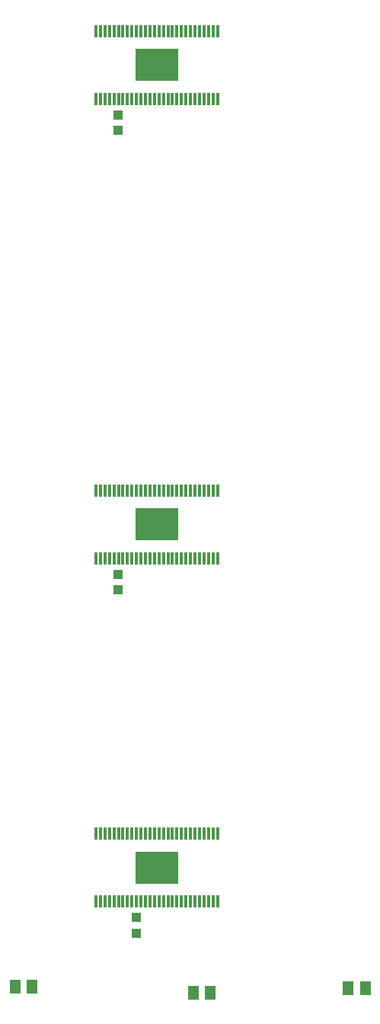
<source format=gbr>
G04 EAGLE Gerber RS-274X export*
G75*
%MOMM*%
%FSLAX34Y34*%
%LPD*%
%INSolderpaste Bottom*%
%IPPOS*%
%AMOC8*
5,1,8,0,0,1.08239X$1,22.5*%
G01*
%ADD10R,0.300000X1.475000*%
%ADD11R,4.700000X3.610000*%
%ADD12R,1.000000X1.100000*%
%ADD13R,1.300000X1.500000*%


D10*
X185653Y-317120D03*
X190653Y-317120D03*
X195653Y-317120D03*
X200653Y-317120D03*
X205653Y-317120D03*
X210653Y-317120D03*
X215653Y-317120D03*
X220653Y-317120D03*
X225653Y-317120D03*
X230653Y-317120D03*
X235653Y-317120D03*
X240653Y-317120D03*
X245653Y-317120D03*
X250653Y-317120D03*
X255653Y-317120D03*
X260653Y-317120D03*
X265653Y-317120D03*
X270653Y-317120D03*
X275653Y-317120D03*
X280653Y-317120D03*
X285653Y-317120D03*
X290653Y-317120D03*
X295653Y-317120D03*
X300653Y-317120D03*
X305653Y-317120D03*
X310653Y-317120D03*
X315653Y-317120D03*
X320653Y-317120D03*
X320653Y-392880D03*
X315653Y-392880D03*
X310653Y-392880D03*
X305653Y-392880D03*
X300653Y-392880D03*
X295653Y-392880D03*
X290653Y-392880D03*
X285653Y-392880D03*
X280653Y-392880D03*
X275653Y-392880D03*
X270653Y-392880D03*
X265653Y-392880D03*
X260653Y-392880D03*
X255653Y-392880D03*
X250653Y-392880D03*
X245653Y-392880D03*
X240653Y-392880D03*
X235653Y-392880D03*
X230653Y-392880D03*
X225653Y-392880D03*
X220653Y-392880D03*
X215653Y-392880D03*
X210653Y-392880D03*
X205653Y-392880D03*
X200653Y-392880D03*
X195653Y-392880D03*
X190653Y-392880D03*
X185653Y-392880D03*
D11*
X253153Y-355000D03*
D10*
X185653Y-827620D03*
X190653Y-827620D03*
X195653Y-827620D03*
X200653Y-827620D03*
X205653Y-827620D03*
X210653Y-827620D03*
X215653Y-827620D03*
X220653Y-827620D03*
X225653Y-827620D03*
X230653Y-827620D03*
X235653Y-827620D03*
X240653Y-827620D03*
X245653Y-827620D03*
X250653Y-827620D03*
X255653Y-827620D03*
X260653Y-827620D03*
X265653Y-827620D03*
X270653Y-827620D03*
X275653Y-827620D03*
X280653Y-827620D03*
X285653Y-827620D03*
X290653Y-827620D03*
X295653Y-827620D03*
X300653Y-827620D03*
X305653Y-827620D03*
X310653Y-827620D03*
X315653Y-827620D03*
X320653Y-827620D03*
X320653Y-903380D03*
X315653Y-903380D03*
X310653Y-903380D03*
X305653Y-903380D03*
X300653Y-903380D03*
X295653Y-903380D03*
X290653Y-903380D03*
X285653Y-903380D03*
X280653Y-903380D03*
X275653Y-903380D03*
X270653Y-903380D03*
X265653Y-903380D03*
X260653Y-903380D03*
X255653Y-903380D03*
X250653Y-903380D03*
X245653Y-903380D03*
X240653Y-903380D03*
X235653Y-903380D03*
X230653Y-903380D03*
X225653Y-903380D03*
X220653Y-903380D03*
X215653Y-903380D03*
X210653Y-903380D03*
X205653Y-903380D03*
X200653Y-903380D03*
X195653Y-903380D03*
X190653Y-903380D03*
X185653Y-903380D03*
D11*
X253153Y-865500D03*
D10*
X185653Y-1208953D03*
X190653Y-1208953D03*
X195653Y-1208953D03*
X200653Y-1208953D03*
X205653Y-1208953D03*
X210653Y-1208953D03*
X215653Y-1208953D03*
X220653Y-1208953D03*
X225653Y-1208953D03*
X230653Y-1208953D03*
X235653Y-1208953D03*
X240653Y-1208953D03*
X245653Y-1208953D03*
X250653Y-1208953D03*
X255653Y-1208953D03*
X260653Y-1208953D03*
X265653Y-1208953D03*
X270653Y-1208953D03*
X275653Y-1208953D03*
X280653Y-1208953D03*
X285653Y-1208953D03*
X290653Y-1208953D03*
X295653Y-1208953D03*
X300653Y-1208953D03*
X305653Y-1208953D03*
X310653Y-1208953D03*
X315653Y-1208953D03*
X320653Y-1208953D03*
X320653Y-1284713D03*
X315653Y-1284713D03*
X310653Y-1284713D03*
X305653Y-1284713D03*
X300653Y-1284713D03*
X295653Y-1284713D03*
X290653Y-1284713D03*
X285653Y-1284713D03*
X280653Y-1284713D03*
X275653Y-1284713D03*
X270653Y-1284713D03*
X265653Y-1284713D03*
X260653Y-1284713D03*
X255653Y-1284713D03*
X250653Y-1284713D03*
X245653Y-1284713D03*
X240653Y-1284713D03*
X235653Y-1284713D03*
X230653Y-1284713D03*
X225653Y-1284713D03*
X220653Y-1284713D03*
X215653Y-1284713D03*
X210653Y-1284713D03*
X205653Y-1284713D03*
X200653Y-1284713D03*
X195653Y-1284713D03*
X190653Y-1284713D03*
X185653Y-1284713D03*
D11*
X253153Y-1246833D03*
D12*
X210333Y-921006D03*
X210333Y-938006D03*
X230333Y-1302500D03*
X230333Y-1319500D03*
D13*
X95500Y-1379000D03*
X114500Y-1379000D03*
D12*
X210333Y-410500D03*
X210333Y-427500D03*
D13*
X293692Y-1386044D03*
X312692Y-1386044D03*
X466109Y-1381080D03*
X485109Y-1381080D03*
M02*

</source>
